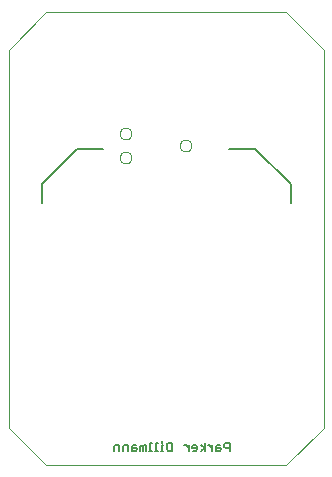
<source format=gbo>
G75*
%MOIN*%
%OFA0B0*%
%FSLAX25Y25*%
%IPPOS*%
%LPD*%
%AMOC8*
5,1,8,0,0,1.08239X$1,22.5*
%
%ADD10C,0.00400*%
%ADD11C,0.00500*%
%ADD12C,0.00000*%
D10*
X0013750Y0001250D02*
X0001250Y0013750D01*
X0001250Y0139750D01*
X0013750Y0152250D01*
X0093750Y0152250D01*
X0106250Y0139750D01*
X0106250Y0013750D01*
X0093750Y0001250D01*
X0013750Y0001250D01*
D11*
X0036367Y0006000D02*
X0036367Y0007351D01*
X0036817Y0007802D01*
X0038169Y0007802D01*
X0038169Y0006000D01*
X0039314Y0006000D02*
X0039314Y0007351D01*
X0039764Y0007802D01*
X0041115Y0007802D01*
X0041115Y0006000D01*
X0042260Y0006000D02*
X0042260Y0007351D01*
X0042710Y0007802D01*
X0043611Y0007802D01*
X0043611Y0006901D02*
X0042260Y0006901D01*
X0042260Y0006000D02*
X0043611Y0006000D01*
X0044062Y0006450D01*
X0043611Y0006901D01*
X0045207Y0007351D02*
X0045207Y0006000D01*
X0046107Y0006000D02*
X0046107Y0007351D01*
X0045657Y0007802D01*
X0045207Y0007351D01*
X0046107Y0007351D02*
X0046558Y0007802D01*
X0047008Y0007802D01*
X0047008Y0006000D01*
X0048072Y0006000D02*
X0048972Y0006000D01*
X0048522Y0006000D02*
X0048522Y0008702D01*
X0048972Y0008702D01*
X0050486Y0008702D02*
X0050486Y0006000D01*
X0050036Y0006000D02*
X0050937Y0006000D01*
X0052000Y0006000D02*
X0052901Y0006000D01*
X0052451Y0006000D02*
X0052451Y0007802D01*
X0052901Y0007802D01*
X0052451Y0008702D02*
X0052451Y0009153D01*
X0050937Y0008702D02*
X0050486Y0008702D01*
X0054046Y0008252D02*
X0054046Y0006450D01*
X0054497Y0006000D01*
X0055848Y0006000D01*
X0055848Y0008702D01*
X0054497Y0008702D01*
X0054046Y0008252D01*
X0059898Y0007802D02*
X0060349Y0007802D01*
X0061250Y0006901D01*
X0061250Y0006000D02*
X0061250Y0007802D01*
X0062395Y0007351D02*
X0062395Y0006901D01*
X0064196Y0006901D01*
X0064196Y0007351D02*
X0063746Y0007802D01*
X0062845Y0007802D01*
X0062395Y0007351D01*
X0062845Y0006000D02*
X0063746Y0006000D01*
X0064196Y0006450D01*
X0064196Y0007351D01*
X0065300Y0007802D02*
X0066652Y0006901D01*
X0065300Y0006000D01*
X0066652Y0006000D02*
X0066652Y0008702D01*
X0067756Y0007802D02*
X0068206Y0007802D01*
X0069107Y0006901D01*
X0069107Y0006000D02*
X0069107Y0007802D01*
X0070252Y0007351D02*
X0070252Y0006000D01*
X0071603Y0006000D01*
X0072053Y0006450D01*
X0071603Y0006901D01*
X0070252Y0006901D01*
X0070252Y0007351D02*
X0070702Y0007802D01*
X0071603Y0007802D01*
X0073198Y0008252D02*
X0073198Y0007351D01*
X0073649Y0006901D01*
X0075000Y0006901D01*
X0075000Y0006000D02*
X0075000Y0008702D01*
X0073649Y0008702D01*
X0073198Y0008252D01*
X0095250Y0088750D02*
X0095250Y0094823D01*
X0083323Y0106750D01*
X0074750Y0106750D01*
X0032750Y0106750D02*
X0024177Y0106750D01*
X0012250Y0094823D01*
X0012250Y0088750D01*
D12*
X0038300Y0103750D02*
X0038302Y0103838D01*
X0038308Y0103926D01*
X0038318Y0104014D01*
X0038332Y0104101D01*
X0038350Y0104187D01*
X0038371Y0104272D01*
X0038397Y0104357D01*
X0038426Y0104440D01*
X0038459Y0104522D01*
X0038496Y0104602D01*
X0038536Y0104680D01*
X0038580Y0104757D01*
X0038627Y0104831D01*
X0038678Y0104903D01*
X0038731Y0104973D01*
X0038788Y0105041D01*
X0038848Y0105105D01*
X0038911Y0105167D01*
X0038976Y0105226D01*
X0039044Y0105282D01*
X0039115Y0105335D01*
X0039187Y0105385D01*
X0039262Y0105431D01*
X0039339Y0105474D01*
X0039418Y0105514D01*
X0039499Y0105549D01*
X0039581Y0105582D01*
X0039664Y0105610D01*
X0039749Y0105635D01*
X0039835Y0105655D01*
X0039921Y0105672D01*
X0040008Y0105685D01*
X0040096Y0105694D01*
X0040184Y0105699D01*
X0040272Y0105700D01*
X0040360Y0105697D01*
X0040448Y0105690D01*
X0040535Y0105679D01*
X0040622Y0105664D01*
X0040708Y0105645D01*
X0040794Y0105623D01*
X0040878Y0105596D01*
X0040960Y0105566D01*
X0041042Y0105532D01*
X0041122Y0105494D01*
X0041199Y0105453D01*
X0041275Y0105409D01*
X0041349Y0105361D01*
X0041421Y0105309D01*
X0041490Y0105255D01*
X0041557Y0105197D01*
X0041621Y0105137D01*
X0041682Y0105073D01*
X0041741Y0105007D01*
X0041796Y0104939D01*
X0041848Y0104867D01*
X0041897Y0104794D01*
X0041942Y0104719D01*
X0041984Y0104641D01*
X0042023Y0104562D01*
X0042058Y0104481D01*
X0042089Y0104398D01*
X0042116Y0104315D01*
X0042140Y0104230D01*
X0042160Y0104144D01*
X0042176Y0104057D01*
X0042188Y0103970D01*
X0042196Y0103882D01*
X0042200Y0103794D01*
X0042200Y0103706D01*
X0042196Y0103618D01*
X0042188Y0103530D01*
X0042176Y0103443D01*
X0042160Y0103356D01*
X0042140Y0103270D01*
X0042116Y0103185D01*
X0042089Y0103102D01*
X0042058Y0103019D01*
X0042023Y0102938D01*
X0041984Y0102859D01*
X0041942Y0102781D01*
X0041897Y0102706D01*
X0041848Y0102633D01*
X0041796Y0102561D01*
X0041741Y0102493D01*
X0041682Y0102427D01*
X0041621Y0102363D01*
X0041557Y0102303D01*
X0041490Y0102245D01*
X0041421Y0102191D01*
X0041349Y0102139D01*
X0041275Y0102091D01*
X0041199Y0102047D01*
X0041122Y0102006D01*
X0041042Y0101968D01*
X0040960Y0101934D01*
X0040878Y0101904D01*
X0040794Y0101877D01*
X0040708Y0101855D01*
X0040622Y0101836D01*
X0040535Y0101821D01*
X0040448Y0101810D01*
X0040360Y0101803D01*
X0040272Y0101800D01*
X0040184Y0101801D01*
X0040096Y0101806D01*
X0040008Y0101815D01*
X0039921Y0101828D01*
X0039835Y0101845D01*
X0039749Y0101865D01*
X0039664Y0101890D01*
X0039581Y0101918D01*
X0039499Y0101951D01*
X0039418Y0101986D01*
X0039339Y0102026D01*
X0039262Y0102069D01*
X0039187Y0102115D01*
X0039115Y0102165D01*
X0039044Y0102218D01*
X0038976Y0102274D01*
X0038911Y0102333D01*
X0038848Y0102395D01*
X0038788Y0102459D01*
X0038731Y0102527D01*
X0038678Y0102597D01*
X0038627Y0102669D01*
X0038580Y0102743D01*
X0038536Y0102820D01*
X0038496Y0102898D01*
X0038459Y0102978D01*
X0038426Y0103060D01*
X0038397Y0103143D01*
X0038371Y0103228D01*
X0038350Y0103313D01*
X0038332Y0103399D01*
X0038318Y0103486D01*
X0038308Y0103574D01*
X0038302Y0103662D01*
X0038300Y0103750D01*
X0038300Y0111750D02*
X0038302Y0111838D01*
X0038308Y0111926D01*
X0038318Y0112014D01*
X0038332Y0112101D01*
X0038350Y0112187D01*
X0038371Y0112272D01*
X0038397Y0112357D01*
X0038426Y0112440D01*
X0038459Y0112522D01*
X0038496Y0112602D01*
X0038536Y0112680D01*
X0038580Y0112757D01*
X0038627Y0112831D01*
X0038678Y0112903D01*
X0038731Y0112973D01*
X0038788Y0113041D01*
X0038848Y0113105D01*
X0038911Y0113167D01*
X0038976Y0113226D01*
X0039044Y0113282D01*
X0039115Y0113335D01*
X0039187Y0113385D01*
X0039262Y0113431D01*
X0039339Y0113474D01*
X0039418Y0113514D01*
X0039499Y0113549D01*
X0039581Y0113582D01*
X0039664Y0113610D01*
X0039749Y0113635D01*
X0039835Y0113655D01*
X0039921Y0113672D01*
X0040008Y0113685D01*
X0040096Y0113694D01*
X0040184Y0113699D01*
X0040272Y0113700D01*
X0040360Y0113697D01*
X0040448Y0113690D01*
X0040535Y0113679D01*
X0040622Y0113664D01*
X0040708Y0113645D01*
X0040794Y0113623D01*
X0040878Y0113596D01*
X0040960Y0113566D01*
X0041042Y0113532D01*
X0041122Y0113494D01*
X0041199Y0113453D01*
X0041275Y0113409D01*
X0041349Y0113361D01*
X0041421Y0113309D01*
X0041490Y0113255D01*
X0041557Y0113197D01*
X0041621Y0113137D01*
X0041682Y0113073D01*
X0041741Y0113007D01*
X0041796Y0112939D01*
X0041848Y0112867D01*
X0041897Y0112794D01*
X0041942Y0112719D01*
X0041984Y0112641D01*
X0042023Y0112562D01*
X0042058Y0112481D01*
X0042089Y0112398D01*
X0042116Y0112315D01*
X0042140Y0112230D01*
X0042160Y0112144D01*
X0042176Y0112057D01*
X0042188Y0111970D01*
X0042196Y0111882D01*
X0042200Y0111794D01*
X0042200Y0111706D01*
X0042196Y0111618D01*
X0042188Y0111530D01*
X0042176Y0111443D01*
X0042160Y0111356D01*
X0042140Y0111270D01*
X0042116Y0111185D01*
X0042089Y0111102D01*
X0042058Y0111019D01*
X0042023Y0110938D01*
X0041984Y0110859D01*
X0041942Y0110781D01*
X0041897Y0110706D01*
X0041848Y0110633D01*
X0041796Y0110561D01*
X0041741Y0110493D01*
X0041682Y0110427D01*
X0041621Y0110363D01*
X0041557Y0110303D01*
X0041490Y0110245D01*
X0041421Y0110191D01*
X0041349Y0110139D01*
X0041275Y0110091D01*
X0041199Y0110047D01*
X0041122Y0110006D01*
X0041042Y0109968D01*
X0040960Y0109934D01*
X0040878Y0109904D01*
X0040794Y0109877D01*
X0040708Y0109855D01*
X0040622Y0109836D01*
X0040535Y0109821D01*
X0040448Y0109810D01*
X0040360Y0109803D01*
X0040272Y0109800D01*
X0040184Y0109801D01*
X0040096Y0109806D01*
X0040008Y0109815D01*
X0039921Y0109828D01*
X0039835Y0109845D01*
X0039749Y0109865D01*
X0039664Y0109890D01*
X0039581Y0109918D01*
X0039499Y0109951D01*
X0039418Y0109986D01*
X0039339Y0110026D01*
X0039262Y0110069D01*
X0039187Y0110115D01*
X0039115Y0110165D01*
X0039044Y0110218D01*
X0038976Y0110274D01*
X0038911Y0110333D01*
X0038848Y0110395D01*
X0038788Y0110459D01*
X0038731Y0110527D01*
X0038678Y0110597D01*
X0038627Y0110669D01*
X0038580Y0110743D01*
X0038536Y0110820D01*
X0038496Y0110898D01*
X0038459Y0110978D01*
X0038426Y0111060D01*
X0038397Y0111143D01*
X0038371Y0111228D01*
X0038350Y0111313D01*
X0038332Y0111399D01*
X0038318Y0111486D01*
X0038308Y0111574D01*
X0038302Y0111662D01*
X0038300Y0111750D01*
X0058300Y0107750D02*
X0058302Y0107838D01*
X0058308Y0107926D01*
X0058318Y0108014D01*
X0058332Y0108101D01*
X0058350Y0108187D01*
X0058371Y0108272D01*
X0058397Y0108357D01*
X0058426Y0108440D01*
X0058459Y0108522D01*
X0058496Y0108602D01*
X0058536Y0108680D01*
X0058580Y0108757D01*
X0058627Y0108831D01*
X0058678Y0108903D01*
X0058731Y0108973D01*
X0058788Y0109041D01*
X0058848Y0109105D01*
X0058911Y0109167D01*
X0058976Y0109226D01*
X0059044Y0109282D01*
X0059115Y0109335D01*
X0059187Y0109385D01*
X0059262Y0109431D01*
X0059339Y0109474D01*
X0059418Y0109514D01*
X0059499Y0109549D01*
X0059581Y0109582D01*
X0059664Y0109610D01*
X0059749Y0109635D01*
X0059835Y0109655D01*
X0059921Y0109672D01*
X0060008Y0109685D01*
X0060096Y0109694D01*
X0060184Y0109699D01*
X0060272Y0109700D01*
X0060360Y0109697D01*
X0060448Y0109690D01*
X0060535Y0109679D01*
X0060622Y0109664D01*
X0060708Y0109645D01*
X0060794Y0109623D01*
X0060878Y0109596D01*
X0060960Y0109566D01*
X0061042Y0109532D01*
X0061122Y0109494D01*
X0061199Y0109453D01*
X0061275Y0109409D01*
X0061349Y0109361D01*
X0061421Y0109309D01*
X0061490Y0109255D01*
X0061557Y0109197D01*
X0061621Y0109137D01*
X0061682Y0109073D01*
X0061741Y0109007D01*
X0061796Y0108939D01*
X0061848Y0108867D01*
X0061897Y0108794D01*
X0061942Y0108719D01*
X0061984Y0108641D01*
X0062023Y0108562D01*
X0062058Y0108481D01*
X0062089Y0108398D01*
X0062116Y0108315D01*
X0062140Y0108230D01*
X0062160Y0108144D01*
X0062176Y0108057D01*
X0062188Y0107970D01*
X0062196Y0107882D01*
X0062200Y0107794D01*
X0062200Y0107706D01*
X0062196Y0107618D01*
X0062188Y0107530D01*
X0062176Y0107443D01*
X0062160Y0107356D01*
X0062140Y0107270D01*
X0062116Y0107185D01*
X0062089Y0107102D01*
X0062058Y0107019D01*
X0062023Y0106938D01*
X0061984Y0106859D01*
X0061942Y0106781D01*
X0061897Y0106706D01*
X0061848Y0106633D01*
X0061796Y0106561D01*
X0061741Y0106493D01*
X0061682Y0106427D01*
X0061621Y0106363D01*
X0061557Y0106303D01*
X0061490Y0106245D01*
X0061421Y0106191D01*
X0061349Y0106139D01*
X0061275Y0106091D01*
X0061199Y0106047D01*
X0061122Y0106006D01*
X0061042Y0105968D01*
X0060960Y0105934D01*
X0060878Y0105904D01*
X0060794Y0105877D01*
X0060708Y0105855D01*
X0060622Y0105836D01*
X0060535Y0105821D01*
X0060448Y0105810D01*
X0060360Y0105803D01*
X0060272Y0105800D01*
X0060184Y0105801D01*
X0060096Y0105806D01*
X0060008Y0105815D01*
X0059921Y0105828D01*
X0059835Y0105845D01*
X0059749Y0105865D01*
X0059664Y0105890D01*
X0059581Y0105918D01*
X0059499Y0105951D01*
X0059418Y0105986D01*
X0059339Y0106026D01*
X0059262Y0106069D01*
X0059187Y0106115D01*
X0059115Y0106165D01*
X0059044Y0106218D01*
X0058976Y0106274D01*
X0058911Y0106333D01*
X0058848Y0106395D01*
X0058788Y0106459D01*
X0058731Y0106527D01*
X0058678Y0106597D01*
X0058627Y0106669D01*
X0058580Y0106743D01*
X0058536Y0106820D01*
X0058496Y0106898D01*
X0058459Y0106978D01*
X0058426Y0107060D01*
X0058397Y0107143D01*
X0058371Y0107228D01*
X0058350Y0107313D01*
X0058332Y0107399D01*
X0058318Y0107486D01*
X0058308Y0107574D01*
X0058302Y0107662D01*
X0058300Y0107750D01*
M02*

</source>
